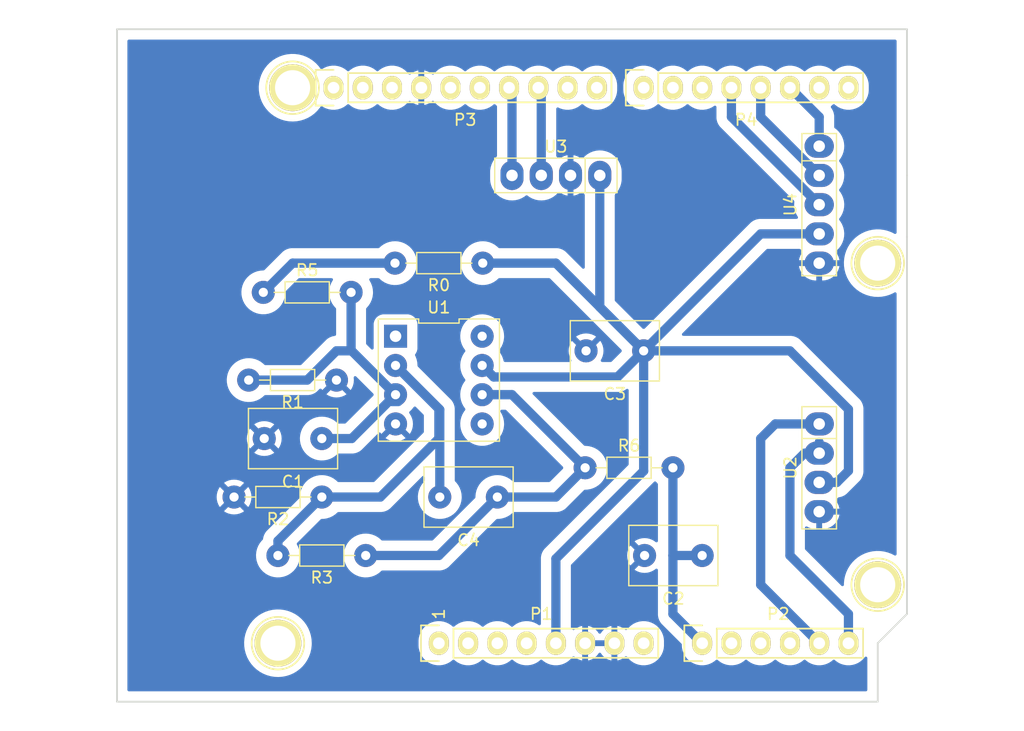
<source format=kicad_pcb>
(kicad_pcb (version 20211014) (generator pcbnew)
  (title_block (date "lun. 30 mars 2015"))
  (layers (0 "F.Cu" signal) (31 "B.Cu" signal) (34 "B.Paste" user) (35 "F.Paste" user) (36 "B.SilkS" user "B.Silkscreen") (37 "F.SilkS" user "F.Silkscreen") (38 "B.Mask" user) (39 "F.Mask" user) (44 "Edge.Cuts" user))
  (net 0 "")
  (net 1 "/IOREF")
  (net 2 "/Reset")
  (net 3 "+5V")
  (net 4 "GND")
  (net 5 "/Vin")
  (net 6 "IN+")
  (net 7 "/A1")
  (net 8 "/A2")
  (net 9 "/A3")
  (net 10 "/AREF")
  (net 11 "ADC")
  (net 12 "Net-(C4-Pad1)")
  (net 13 "/9(**)")
  (net 14 "/8")
  (net 15 "/7")
  (net 16 "/6(**)")
  (net 17 "/5(**)")
  (net 18 "IN-")
  (net 20 "SDA")
  (net 21 "/1(Tx)")
  (net 22 "/0(Rx)")
  (net 23 "SCK")
  (net 24 "TX")
  (net 25 "RX")
  (net 26 "CLK")
  (net 27 "/13(SCK)")
  (net 28 "DATA")
  (net 29 "SWITCH")
  (net 30 "+3V3")
  (net 31 "/12(MISO)")
  (net 36 "Net-(R0-Pad2)")
  (footprint "Socket_Arduino_Uno:Socket_Strip_Arduino_1x08" (layer "F.Cu") (at 138.938 123.825)
    (fp_text reference "P1" (at 8.89 -2.54) (layer "F.SilkS"))
    (fp_text value "Power")
    (fp_line (start 19.05 1.27) (end 19.05 -1.27) (layer "F.SilkS") (width 0.15))
    (fp_line (start 1.27 1.27) (end 19.05 1.27) (layer "F.SilkS") (width 0.15))
    (fp_line (start 19.05 -1.27) (end 1.27 -1.27) (layer "F.SilkS") (width 0.15))
    (fp_line (start 0 -1.55) (end -1.55 -1.55) (layer "F.SilkS") (width 0.15))
    (fp_line (start -1.55 -1.55) (end -1.55 1.55) (layer "F.SilkS") (width 0.15))
    (fp_line (start -1.55 1.55) (end 0 1.55) (layer "F.SilkS") (width 0.15))
    (fp_line (start 1.27 1.27) (end 1.27 -1.27) (layer "F.SilkS") (width 0.15))
    (pad "1" thru_hole oval locked (at 0 0) (size 1.7272 2.032) (drill 1.016) (layers *.Cu *.Mask "F.SilkS"))
    (pad "2" thru_hole oval locked (at 2.54 0) (size 1.7272 2.032) (drill 1.016) (layers *.Cu *.Mask "F.SilkS") (net 1 "/IOREF"))
    (pad "3" thru_hole oval locked (at 5.08 0) (size 1.7272 2.032) (drill 1.016) (layers *.Cu *.Mask "F.SilkS") (net 2 "/Reset"))
    (pad "4" thru_hole oval locked (at 7.62 0) (size 1.7272 2.032) (drill 1.016) (layers *.Cu *.Mask "F.SilkS") (net 30 "+3V3"))
    (pad "5" thru_hole oval locked (at 10.16 0) (size 1.7272 2.032) (drill 1.016) (layers *.Cu *.Mask "F.SilkS") (net 3 "+5V"))
    (pad "6" thru_hole oval locked (at 12.7 0) (size 1.7272 2.032) (drill 1.016) (layers *.Cu *.Mask "F.SilkS") (net 4 "GND"))
    (pad "7" thru_hole oval locked (at 15.24 0) (size 1.7272 2.032) (drill 1.016) (layers *.Cu *.Mask "F.SilkS") (net 4 "GND"))
    (pad "8" thru_hole oval locked (at 17.78 0) (size 1.7272 2.032) (drill 1.016) (layers *.Cu *.Mask "F.SilkS") (net 5 "/Vin"))
  )
  (footprint "Socket_Arduino_Uno:Socket_Strip_Arduino_1x06" (layer "F.Cu") (at 161.798 123.825)
    (fp_text reference "P2" (at 6.604 -2.54) (layer "F.SilkS"))
    (fp_text value "Analog")
    (fp_line (start 1.27 1.27) (end 1.27 -1.27) (layer "F.SilkS") (width 0.15))
    (fp_line (start 0 -1.55) (end -1.55 -1.55) (layer "F.SilkS") (width 0.15))
    (fp_line (start 13.97 -1.27) (end 1.27 -1.27) (layer "F.SilkS") (width 0.15))
    (fp_line (start 1.27 1.27) (end 13.97 1.27) (layer "F.SilkS") (width 0.15))
    (fp_line (start 13.97 1.27) (end 13.97 -1.27) (layer "F.SilkS") (width 0.15))
    (fp_line (start -1.55 -1.55) (end -1.55 1.55) (layer "F.SilkS") (width 0.15))
    (fp_line (start -1.55 1.55) (end 0 1.55) (layer "F.SilkS") (width 0.15))
    (pad "1" thru_hole oval locked (at 0 0) (size 1.7272 2.032) (drill 1.016) (layers *.Cu *.Mask "F.SilkS") (net 11 "ADC"))
    (pad "2" thru_hole oval locked (at 2.54 0) (size 1.7272 2.032) (drill 1.016) (layers *.Cu *.Mask "F.SilkS") (net 7 "/A1"))
    (pad "3" thru_hole oval locked (at 5.08 0) (size 1.7272 2.032) (drill 1.016) (layers *.Cu *.Mask "F.SilkS") (net 8 "/A2"))
    (pad "4" thru_hole oval locked (at 7.62 0) (size 1.7272 2.032) (drill 1.016) (layers *.Cu *.Mask "F.SilkS") (net 9 "/A3"))
    (pad "5" thru_hole oval locked (at 10.16 0) (size 1.7272 2.032) (drill 1.016) (layers *.Cu *.Mask "F.SilkS") (net 20 "SDA"))
    (pad "6" thru_hole oval locked (at 12.7 0) (size 1.7272 2.032) (drill 1.016) (layers *.Cu *.Mask "F.SilkS") (net 23 "SCK"))
  )
  (footprint "Socket_Arduino_Uno:Socket_Strip_Arduino_1x10" (layer "F.Cu") (at 129.794 75.565)
    (fp_text reference "P3" (at 11.43 2.794) (layer "F.SilkS"))
    (fp_text value "Digital")
    (fp_line (start -1.55 -1.55) (end -1.55 1.55) (layer "F.SilkS") (width 0.15))
    (fp_line (start 1.27 1.27) (end 24.13 1.27) (layer "F.SilkS") (width 0.15))
    (fp_line (start 24.13 1.27) (end 24.13 -1.27) (layer "F.SilkS") (width 0.15))
    (fp_line (start 24.13 -1.27) (end 1.27 -1.27) (layer "F.SilkS") (width 0.15))
    (fp_line (start 0 -1.55) (end -1.55 -1.55) (layer "F.SilkS") (width 0.15))
    (fp_line (start -1.55 1.55) (end 0 1.55) (layer "F.SilkS") (width 0.15))
    (fp_line (start 1.27 1.27) (end 1.27 -1.27) (layer "F.SilkS") (width 0.15))
    (pad "1" thru_hole oval locked (at 0 0) (size 1.7272 2.032) (drill 1.016) (layers *.Cu *.Mask "F.SilkS") (net 23 "SCK"))
    (pad "2" thru_hole oval locked (at 2.54 0) (size 1.7272 2.032) (drill 1.016) (layers *.Cu *.Mask "F.SilkS") (net 20 "SDA"))
    (pad "3" thru_hole oval locked (at 5.08 0) (size 1.7272 2.032) (drill 1.016) (layers *.Cu *.Mask "F.SilkS") (net 10 "/AREF"))
    (pad "4" thru_hole oval locked (at 7.62 0) (size 1.7272 2.032) (drill 1.016) (layers *.Cu *.Mask "F.SilkS") (net 4 "GND"))
    (pad "5" thru_hole oval locked (at 10.16 0) (size 1.7272 2.032) (drill 1.016) (layers *.Cu *.Mask "F.SilkS") (net 27 "/13(SCK)"))
    (pad "6" thru_hole oval locked (at 12.7 0) (size 1.7272 2.032) (drill 1.016) (layers *.Cu *.Mask "F.SilkS") (net 31 "/12(MISO)"))
    (pad "7" thru_hole oval locked (at 15.24 0) (size 1.7272 2.032) (drill 1.016) (layers *.Cu *.Mask "F.SilkS") (net 24 "TX"))
    (pad "8" thru_hole oval locked (at 17.78 0) (size 1.7272 2.032) (drill 1.016) (layers *.Cu *.Mask "F.SilkS") (net 25 "RX"))
    (pad "9" thru_hole oval locked (at 20.32 0) (size 1.7272 2.032) (drill 1.016) (layers *.Cu *.Mask "F.SilkS") (net 13 "/9(**)"))
    (pad "10" thru_hole oval locked (at 22.86 0) (size 1.7272 2.032) (drill 1.016) (layers *.Cu *.Mask "F.SilkS") (net 14 "/8"))
  )
  (footprint "Socket_Arduino_Uno:Socket_Strip_Arduino_1x08" (layer "F.Cu") (at 156.718 75.565)
    (fp_text reference "P4" (at 8.89 2.794) (layer "F.SilkS"))
    (fp_text value "Digital")
    (fp_line (start 19.05 -1.27) (end 1.27 -1.27) (layer "F.SilkS") (width 0.15))
    (fp_line (start -1.55 1.55) (end 0 1.55) (layer "F.SilkS") (width 0.15))
    (fp_line (start 1.27 1.27) (end 19.05 1.27) (layer "F.SilkS") (width 0.15))
    (fp_line (start 1.27 1.27) (end 1.27 -1.27) (layer "F.SilkS") (width 0.15))
    (fp_line (start 0 -1.55) (end -1.55 -1.55) (layer "F.SilkS") (width 0.15))
    (fp_line (start 19.05 1.27) (end 19.05 -1.27) (layer "F.SilkS") (width 0.15))
    (fp_line (start -1.55 -1.55) (end -1.55 1.55) (layer "F.SilkS") (width 0.15))
    (pad "1" thru_hole oval locked (at 0 0) (size 1.7272 2.032) (drill 1.016) (layers *.Cu *.Mask "F.SilkS") (net 15 "/7"))
    (pad "2" thru_hole oval locked (at 2.54 0) (size 1.7272 2.032) (drill 1.016) (layers *.Cu *.Mask "F.SilkS") (net 16 "/6(**)"))
    (pad "3" thru_hole oval locked (at 5.08 0) (size 1.7272 2.032) (drill 1.016) (layers *.Cu *.Mask "F.SilkS") (net 17 "/5(**)"))
    (pad "4" thru_hole oval locked (at 7.62 0) (size 1.7272 2.032) (drill 1.016) (layers *.Cu *.Mask "F.SilkS") (net 29 "SWITCH"))
    (pad "5" thru_hole oval locked (at 10.16 0) (size 1.7272 2.032) (drill 1.016) (layers *.Cu *.Mask "F.SilkS") (net 28 "DATA"))
    (pad "6" thru_hole oval locked (at 12.7 0) (size 1.7272 2.032) (drill 1.016) (layers *.Cu *.Mask "F.SilkS") (net 26 "CLK"))
    (pad "7" thru_hole oval locked (at 15.24 0) (size 1.7272 2.032) (drill 1.016) (layers *.Cu *.Mask "F.SilkS") (net 21 "/1(Tx)"))
    (pad "8" thru_hole oval locked (at 17.78 0) (size 1.7272 2.032) (drill 1.016) (layers *.Cu *.Mask "F.SilkS") (net 22 "/0(Rx)"))
  )
  (footprint "Socket_Arduino_Uno:Arduino_1pin" (layer "F.Cu") (at 124.968 123.825)
    (fp_text reference "P5" hide)
    (fp_text value "CONN_01X01" hide)
    (fp_circle (center 0 0) (end 0 -2.286) (layer "F.SilkS") (width 0.15) (fill none))
    (pad "1" thru_hole circle locked (at 0 0) (size 4.064 4.064) (drill 3.048) (layers *.Cu *.Mask "F.SilkS"))
  )
  (footprint "Socket_Arduino_Uno:Arduino_1pin" (layer "F.Cu") (at 177.038 118.745)
    (fp_text reference "P6" hide)
    (fp_text value "CONN_01X01" hide)
    (fp_circle (center 0 0) (end 0 -2.286) (layer "F.SilkS") (width 0.15) (fill none))
    (pad "1" thru_hole circle locked (at 0 0) (size 4.064 4.064) (drill 3.048) (layers *.Cu *.Mask "F.SilkS"))
  )
  (footprint "Socket_Arduino_Uno:Arduino_1pin" (layer "F.Cu") (at 126.238 75.565)
    (fp_text reference "P7" hide)
    (fp_text value "CONN_01X01" hide)
    (fp_circle (center 0 0) (end 0 -2.286) (layer "F.SilkS") (width 0.15) (fill none))
    (pad "1" thru_hole circle locked (at 0 0) (size 4.064 4.064) (drill 3.048) (layers *.Cu *.Mask "F.SilkS"))
  )
  (footprint "Socket_Arduino_Uno:Arduino_1pin" (layer "F.Cu") (at 177.038 90.805)
    (fp_text reference "P8" hide)
    (fp_text value "CONN_01X01" hide)
    (fp_circle (center 0 0) (end 0 -2.286) (layer "F.SilkS") (width 0.15) (fill none))
    (pad "1" thru_hole circle locked (at 0 0) (size 4.064 4.064) (drill 3.048) (layers *.Cu *.Mask "F.SilkS"))
  )
  (footprint "Librairie_Projet_Empreinte:DIP-8_296" (layer "F.Cu") (at 138.938 100.965 -90)
    (fp_text reference "U1" (at -6.31 0) (layer "F.SilkS"))
    (fp_text value "LTC1050")
    (fp_line (start -5.31 -5.26) (end -5.31 -1.753333) (layer "F.SilkS") (width 0.12))
    (fp_line (start -5.31 -1.753333) (end -4.95 -1.753333) (layer "F.SilkS") (width 0.12))
    (fp_line (start -5.31 1.753333) (end -5.31 5.26) (layer "F.SilkS") (width 0.12))
    (fp_line (start 5.31 -5.26) (end -5.31 -5.26) (layer "F.SilkS") (width 0.12))
    (fp_line (start 5.31 5.26) (end 5.31 -5.26) (layer "F.SilkS") (width 0.12))
    (fp_line (start -5.31 5.26) (end 5.31 5.26) (layer "F.SilkS") (width 0.12))
    (fp_line (start -4.95 -1.753333) (end -4.95 1.753333) (layer "F.SilkS") (width 0.12))
    (fp_line (start -4.95 1.753333) (end -5.31 1.753333) (layer "F.SilkS") (width 0.12))
    (pad "1" thru_hole rect (at -3.81 3.76 270) (size 2 2) (drill 1) (layers *.Cu *.Mask))
    (pad "2" thru_hole circle (at -1.27 3.76 270) (size 2 2) (drill 0.8) (layers *.Cu *.Mask) (net 18 "IN-"))
    (pad "3" thru_hole circle (at 1.27 3.76 270) (size 2 2) (drill 0.8) (layers *.Cu *.Mask) (net 6 "IN+"))
    (pad "4" thru_hole circle (at 3.81 3.76 270) (size 2 2) (drill 0.8) (layers *.Cu *.Mask) (net 4 "GND"))
    (pad "5" thru_hole circle (at 3.81 -3.76 270) (size 2 2) (drill 0.8) (layers *.Cu *.Mask))
    (pad "6" thru_hole circle (at 1.27 -3.76 270) (size 2 2) (drill 0.8) (layers *.Cu *.Mask) (net 12 "Net-(C4-Pad1)"))
    (pad "7" thru_hole circle (at -1.27 -3.76 270) (size 2 2) (drill 0.8) (layers *.Cu *.Mask) (net 3 "+5V"))
    (pad "8" thru_hole circle (at -3.81 -3.76 270) (size 2 2) (drill 0.8) (layers *.Cu *.Mask))
  )
  (footprint "Librairie_Projet_Empreinte:Bluetooth" (layer "F.Cu") (at 149.098 83.185 180)
    (fp_text reference "U3" (at 0 2.5) (layer "F.SilkS"))
    (fp_text value "Bluetooth-HC05")
    (fp_line (start -2.54 -1.5) (end -2.54 1.5) (layer "F.SilkS") (width 0.12))
    (fp_line (start 5.31 1.5) (end -5.31 1.5) (layer "F.SilkS") (width 0.12))
    (fp_line (start -5.31 -1.5) (end 5.31 -1.5) (layer "F.SilkS") (width 0.12))
    (fp_line (start -5.31 1.5) (end -5.31 -1.5) (layer "F.SilkS") (width 0.12))
    (fp_line (start 5.31 -1.5) (end 5.31 1.5) (layer "F.SilkS") (width 0.12))
    (pad "1" thru_hole oval (at -3.81 0 180) (size 2 2.54) (drill 1) (layers *.Cu *.Mask) (net 3 "+5V"))
    (pad "2" thru_hole oval (at -1.27 0 180) (size 2 2.54) (drill 1) (layers *.Cu *.Mask) (net 4 "GND"))
    (pad "3" thru_hole oval (at 1.27 0 180) (size 2 2.54) (drill 1) (layers *.Cu *.Mask) (net 25 "RX"))
    (pad "4" thru_hole oval (at 3.81 0 180) (size 2 2.54) (drill 1) (layers *.Cu *.Mask) (net 24 "TX"))
  )
  (footprint "Capacitor_THT:C_Disc_D7.5mm_W5.0mm_P5.00mm" (layer "F.Cu") (at 156.718 98.425 180)
    (fp_text reference "C3" (at 2.5 -3.75) (layer "F.SilkS"))
    (fp_text value "100n")
    (fp_line (start -1.37 2.62) (end 6.37 2.62) (layer "F.SilkS") (width 0.12))
    (fp_line (start -1.37 -2.62) (end 6.37 -2.62) (layer "F.SilkS") (width 0.12))
    (fp_line (start 6.37 -2.62) (end 6.37 2.62) (layer "F.SilkS") (width 0.12))
    (fp_line (start -1.37 -2.62) (end -1.37 2.62) (layer "F.SilkS") (width 0.12))
    (pad "1" thru_hole circle (at 0 0 180) (size 2 2) (drill 0.8) (layers *.Cu *.Mask) (net 3 "+5V"))
    (pad "2" thru_hole circle (at 5 0 180) (size 2 2) (drill 0.8) (layers *.Cu *.Mask) (net 4 "GND"))
  )
  (footprint "Resistor_THT:R_Axial_DIN0204_L3.6mm_D1.6mm_P7.62mm_Horizontal" (layer "F.Cu") (at 132.588 116.205 180)
    (fp_text reference "R3" (at 3.81 -1.92) (layer "F.SilkS"))
    (fp_text value "100k")
    (fp_line (start 5.73 0.92) (end 5.73 -0.92) (layer "F.SilkS") (width 0.12))
    (fp_line (start 1.89 0.92) (end 5.73 0.92) (layer "F.SilkS") (width 0.12))
    (fp_line (start 5.73 -0.92) (end 1.89 -0.92) (layer "F.SilkS") (width 0.12))
    (fp_line (start 6.68 0) (end 5.73 0) (layer "F.SilkS") (width 0.12))
    (fp_line (start 1.89 -0.92) (end 1.89 0.92) (layer "F.SilkS") (width 0.12))
    (fp_line (start 0.94 0) (end 1.89 0) (layer "F.SilkS") (width 0.12))
    (pad "1" thru_hole circle (at 0 0 180) (size 2 2) (drill 0.8) (layers *.Cu *.Mask) (net 12 "Net-(C4-Pad1)"))
    (pad "2" thru_hole circle (at 7.62 0 180) (size 2 2) (drill 0.8) (layers *.Cu *.Mask) (net 18 "IN-"))
  )
  (footprint "Librairie_Projet_Empreinte:KY-040" (layer "F.Cu") (at 171.958 85.725 -90)
    (fp_text reference "U4" (at 0 2.5 90) (layer "F.SilkS"))
    (fp_text value "KY-040")
    (fp_line (start 6.18 1.5) (end -6.18 1.5) (layer "F.SilkS") (width 0.12))
    (fp_line (start -6.18 1.5) (end -6.18 -1.5) (layer "F.SilkS") (width 0.12))
    (fp_line (start 6.18 -1.5) (end 6.18 1.5) (layer "F.SilkS") (width 0.12))
    (fp_line (start -3.81 -1.5) (end -3.81 1.5) (layer "F.SilkS") (width 0.12))
    (fp_line (start -6.18 -1.5) (end 6.18 -1.5) (layer "F.SilkS") (width 0.12))
    (pad "1" thru_hole oval (at -5.08 0 270) (size 2 2.54) (drill 1) (layers *.Cu *.Mask) (net 26 "CLK"))
    (pad "2" thru_hole oval (at -2.54 0 270) (size 2 2.54) (drill 1) (layers *.Cu *.Mask) (net 28 "DATA"))
    (pad "3" thru_hole oval (at 0 0 270) (size 2 2.54) (drill 1) (layers *.Cu *.Mask) (net 29 "SWITCH"))
    (pad "4" thru_hole oval (at 2.54 0 270) (size 2 2.54) (drill 1) (layers *.Cu *.Mask) (net 3 "+5V"))
    (pad "5" thru_hole oval (at 5.08 0 270) (size 2 2.54) (drill 1) (layers *.Cu *.Mask) (net 4 "GND"))
  )
  (footprint "Librairie_Projet_Empreinte:SIP-4" (layer "F.Cu") (at 171.958 108.585 -90)
    (fp_text reference "U2" (at 0 2.5 90) (layer "F.SilkS"))
    (fp_text value "OLED_0.91")
    (fp_line (start 5.31 1.5) (end -5.31 1.5) (layer "F.SilkS") (width 0.12))
    (fp_line (start -5.31 1.5) (end -5.31 -1.5) (layer "F.SilkS") (width 0.12))
    (fp_line (start -2.54 -1.5) (end -2.54 1.5) (layer "F.SilkS") (width 0.12))
    (fp_line (start -5.31 -1.5) (end 5.31 -1.5) (layer "F.SilkS") (width 0.12))
    (fp_line (start 5.31 -1.5) (end 5.31 1.5) (layer "F.SilkS") (width 0.12))
    (pad "1" thru_hole oval (at 3.81 0 270) (size 2 2.54) (drill 1) (layers *.Cu *.Mask) (net 4 "GND"))
    (pad "2" thru_hole oval (at 1.27 0 270) (size 2 2.54) (drill 1) (layers *.Cu *.Mask) (net 3 "+5V"))
    (pad "3" thru_hole oval (at -1.27 0 270) (size 2 2.54) (drill 1) (layers *.Cu *.Mask) (net 23 "SCK"))
    (pad "4" thru_hole oval (at -3.81 0 270) (size 2 2.54) (drill 1) (layers *.Cu *.Mask) (net 20 "SDA"))
  )
  (footprint "Resistor_THT:R_Axial_DIN0204_L3.6mm_D1.6mm_P7.62mm_Horizontal" (layer "F.Cu") (at 123.698 93.345)
    (fp_text reference "R5" (at 3.81 -1.92) (layer "F.SilkS"))
    (fp_text value "10k")
    (fp_line (start 1.89 -0.92) (end 1.89 0.92) (layer "F.SilkS") (width 0.12))
    (fp_line (start 6.68 0) (end 5.73 0) (layer "F.SilkS") (width 0.12))
    (fp_line (start 0.94 0) (end 1.89 0) (layer "F.SilkS") (width 0.12))
    (fp_line (start 5.73 0.92) (end 5.73 -0.92) (layer "F.SilkS") (width 0.12))
    (fp_line (start 5.73 -0.92) (end 1.89 -0.92) (layer "F.SilkS") (width 0.12))
    (fp_line (start 1.89 0.92) (end 5.73 0.92) (layer "F.SilkS") (width 0.12))
    (pad "1" thru_hole circle (at 0 0) (size 2 2) (drill 0.8) (layers *.Cu *.Mask) (net 36 "Net-(R0-Pad2)"))
    (pad "2" thru_hole circle (at 7.62 0) (size 2 2) (drill 0.8) (layers *.Cu *.Mask) (net 6 "IN+"))
  )
  (footprint "Capacitor_THT:C_Disc_D7.5mm_W5.0mm_P5.00mm" (layer "F.Cu") (at 161.798 116.205 180)
    (fp_text reference "C2" (at 2.5 -3.75) (layer "F.SilkS"))
    (fp_text value "100n")
    (fp_line (start -1.37 -2.62) (end 6.37 -2.62) (layer "F.SilkS") (width 0.12))
    (fp_line (start -1.37 2.62) (end 6.37 2.62) (layer "F.SilkS") (width 0.12))
    (fp_line (start 6.37 -2.62) (end 6.37 2.62) (layer "F.SilkS") (width 0.12))
    (fp_line (start -1.37 -2.62) (end -1.37 2.62) (layer "F.SilkS") (width 0.12))
    (pad "1" thru_hole circle (at 0 0 180) (size 2 2) (drill 0.8) (layers *.Cu *.Mask) (net 11 "ADC"))
    (pad "2" thru_hole circle (at 5 0 180) (size 2 2) (drill 0.8) (layers *.Cu *.Mask) (net 4 "GND"))
  )
  (footprint "Capacitor_THT:C_Disc_D7.5mm_W5.0mm_P5.00mm" (layer "F.Cu") (at 144.018 111.125 180)
    (fp_text reference "C4" (at 2.5 -3.75) (layer "F.SilkS"))
    (fp_text value "1µ")
    (fp_line (start -1.37 -2.62) (end -1.37 2.62) (layer "F.SilkS") (width 0.12))
    (fp_line (start -1.37 -2.62) (end 6.37 -2.62) (layer "F.SilkS") (width 0.12))
    (fp_line (start 6.37 -2.62) (end 6.37 2.62) (layer "F.SilkS") (width 0.12))
    (fp_line (start -1.37 2.62) (end 6.37 2.62) (layer "F.SilkS") (width 0.12))
    (pad "1" thru_hole circle (at 0 0 180) (size 2 2) (drill 0.8) (layers *.Cu *.Mask) (net 12 "Net-(C4-Pad1)"))
    (pad "2" thru_hole circle (at 5 0 180) (size 2 2) (drill 0.8) (layers *.Cu *.Mask) (net 18 "IN-"))
  )
  (footprint "Resistor_THT:R_Axial_DIN0204_L3.6mm_D1.6mm_P7.62mm_Horizontal" (layer "F.Cu") (at 151.638 108.585)
    (fp_text reference "R6" (at 3.81 -1.92) (layer "F.SilkS"))
    (fp_text value "1k")
    (fp_line (start 0.94 0) (end 1.89 0) (layer "F.SilkS") (width 0.12))
    (fp_line (start 1.89 -0.92) (end 1.89 0.92) (layer "F.SilkS") (width 0.12))
    (fp_line (start 5.73 0.92) (end 5.73 -0.92) (layer "F.SilkS") (width 0.12))
    (fp_line (start 1.89 0.92) (end 5.73 0.92) (layer "F.SilkS") (width 0.12))
    (fp_line (start 6.68 0) (end 5.73 0) (layer "F.SilkS") (width 0.12))
    (fp_line (start 5.73 -0.92) (end 1.89 -0.92) (layer "F.SilkS") (width 0.12))
    (pad "1" thru_hole circle (at 0 0) (size 2 2) (drill 0.8) (layers *.Cu *.Mask) (net 12 "Net-(C4-Pad1)"))
    (pad "2" thru_hole circle (at 7.62 0) (size 2 2) (drill 0.8) (layers *.Cu *.Mask) (net 11 "ADC"))
  )
  (footprint "Resistor_THT:R_Axial_DIN0204_L3.6mm_D1.6mm_P7.62mm_Horizontal" (layer "F.Cu") (at 128.778 111.125 180)
    (fp_text reference "R2" (at 3.81 -1.92) (layer "F.SilkS"))
    (fp_text value "1k")
    (fp_line (start 5.73 0.92) (end 5.73 -0.92) (layer "F.SilkS") (width 0.12))
    (fp_line (start 1.89 0.92) (end 5.73 0.92) (layer "F.SilkS") (width 0.12))
    (fp_line (start 6.68 0) (end 5.73 0) (layer "F.SilkS") (width 0.12))
    (fp_line (start 5.73 -0.92) (end 1.89 -0.92) (layer "F.SilkS") (width 0.12))
    (fp_line (start 1.89 -0.92) (end 1.89 0.92) (layer "F.SilkS") (width 0.12))
    (fp_line (start 0.94 0) (end 1.89 0) (layer "F.SilkS") (width 0.12))
    (pad "1" thru_hole circle (at 0 0 180) (size 2 2) (drill 0.8) (layers *.Cu *.Mask) (net 18 "IN-"))
    (pad "2" thru_hole circle (at 7.62 0 180) (size 2 2) (drill 0.8) (layers *.Cu *.Mask) (net 4 "GND"))
  )
  (footprint "Resistor_THT:R_Axial_DIN0204_L3.6mm_D1.6mm_P7.62mm_Horizontal" (layer "F.Cu") (at 130.048 100.965 180)
    (fp_text reference "R1" (at 3.81 -1.92) (layer "F.SilkS"))
    (fp_text value "100k")
    (fp_line (start 0.94 0) (end 1.89 0) (layer "F.SilkS") (width 0.12))
    (fp_line (start 1.89 0.92) (end 5.73 0.92) (layer "F.SilkS") (width 0.12))
    (fp_line (start 5.73 -0.92) (end 1.89 -0.92) (layer "F.SilkS") (width 0.12))
    (fp_line (start 6.68 0) (end 5.73 0) (layer "F.SilkS") (width 0.12))
    (fp_line (start 5.73 0.92) (end 5.73 -0.92) (layer "F.SilkS") (width 0.12))
    (fp_line (start 1.89 -0.92) (end 1.89 0.92) (layer "F.SilkS") (width 0.12))
    (pad "1" thru_hole circle (at 0 0 180) (size 2 2) (drill 0.8) (layers *.Cu *.Mask) (net 4 "GND"))
    (pad "2" thru_hole circle (at 7.62 0 180) (size 2 2) (drill 0.8) (layers *.Cu *.Mask) (net 6 "IN+"))
  )
  (footprint "Capacitor_THT:C_Disc_D7.5mm_W5.0mm_P5.00mm" (layer "F.Cu") (at 128.778 106.045 180)
    (fp_text reference "C1" (at 2.5 -3.75) (layer "F.SilkS"))
    (fp_text value "100n")
    (fp_line (start -1.37 -2.62) (end 6.37 -2.62) (layer "F.SilkS") (width 0.12))
    (fp_line (start 6.37 -2.62) (end 6.37 2.62) (layer "F.SilkS") (width 0.12))
    (fp_line (start -1.37 2.62) (end 6.37 2.62) (layer "F.SilkS") (width 0.12))
    (fp_line (start -1.37 -2.62) (end -1.37 2.62) (layer "F.SilkS") (width 0.12))
    (pad "1" thru_hole circle (at 0 0 180) (size 2 2) (drill 0.8) (layers *.Cu *.Mask) (net 6 "IN+"))
    (pad "2" thru_hole circle (at 5 0 180) (size 2 2) (drill 0.8) (layers *.Cu *.Mask) (net 4 "GND"))
  )
  (footprint "Resistor_THT:R_Axial_DIN0204_L3.6mm_D1.6mm_P7.62mm_Horizontal" (layer "F.Cu") (at 142.748 90.805 180)
    (fp_text reference "R0" (at 3.81 -1.92) (layer "F.SilkS"))
    (fp_text value "Rsensor")
    (fp_line (start 5.73 -0.92) (end 1.89 -0.92) (layer "F.SilkS") (width 0.12))
    (fp_line (start 6.68 0) (end 5.73 0) (layer "F.SilkS") (width 0.12))
    (fp_line (start 5.73 0.92) (end 5.73 -0.92) (layer "F.SilkS") (width 0.12))
    (fp_line (start 1.89 -0.92) (end 1.89 0.92) (layer "F.SilkS") (width 0.12))
    (fp_line (start 0.94 0) (end 1.89 0) (layer "F.SilkS") (width 0.12))
    (fp_line (start 1.89 0.92) (end 5.73 0.92) (layer "F.SilkS") (width 0.12))
    (pad "1" thru_hole circle (at 0 0 180) (size 2 2) (drill 0.8) (layers *.Cu *.Mask) (net 3 "+5V"))
    (pad "2" thru_hole circle (at 7.62 0 180) (size 2 2) (drill 0.8) (layers *.Cu *.Mask) (net 36 "Net-(R0-Pad2)"))
  )
  (gr_line (start 179.578 88.519) (end 179.578 83.185) (layer "Edge.Cuts") (width 0.15))
  (gr_line (start 177.038 128.905) (end 177.038 123.825) (layer "Edge.Cuts") (width 0.15))
  (gr_line (start 177.038 123.825) (end 179.578 121.285) (layer "Edge.Cuts") (width 0.15))
  (gr_line (start 110.998 70.485) (end 110.998 128.905) (layer "Edge.Cuts") (width 0.15))
  (gr_line (start 179.578 121.285) (end 179.578 88.519) (layer "Edge.Cuts") (width 0.15))
  (gr_line (start 110.998 128.905) (end 177.038 128.905) (layer "Edge.Cuts") (width 0.15))
  (gr_line (start 179.578 70.485) (end 110.998 70.485) (layer "Edge.Cuts") (width 0.15))
  (gr_line (start 179.578 83.185) (end 179.578 70.485) (layer "Edge.Cuts") (width 0.15))
  (gr_text "1" (at 138.938 121.285 90) (layer "F.SilkS") (effects (font (size 1 1))))
  (segment (start 152.908 94.615) (end 156.718 98.425) (width 0.8) (layer "B.Cu") (net 3))
  (segment (start 154.448 100.695) (end 156.718 98.425) (width 0.8) (layer "B.Cu") (net 3))
  (segment (start 169.418 98.425) (end 156.718 98.425) (width 0.8) (layer "B.Cu") (net 3))
  (segment (start 149.098 90.805) (end 156.718 98.425) (width 0.8) (layer "B.Cu") (net 3))
  (segment (start 152.908 83.185) (end 152.908 94.615) (width 0.8) (layer "B.Cu") (net 3))
  (segment (start 171.958 88.265) (end 166.878 88.265) (width 0.8) (layer "B.Cu") (net 3))
  (segment (start 166.878 88.265) (end 156.718 98.425) (width 0.8) (layer "B.Cu") (net 3))
  (segment (start 149.098 116.482949) (end 156.718 108.862949) (width 0.8) (layer "B.Cu") (net 3))
  (segment (start 174.498 103.505) (end 169.418 98.425) (width 0.8) (layer "B.Cu") (net 3))
  (segment (start 174.498 108.845) (end 174.498 103.505) (width 0.8) (layer "B.Cu") (net 3))
  (segment (start 142.748 90.805) (end 149.098 90.805) (width 0.8) (layer "B.Cu") (net 3))
  (segment (start 171.958 109.855) (end 173.488 109.855) (width 0.8) (layer "B.Cu") (net 3))
  (segment (start 143.698 100.695) (end 154.448 100.695) (width 0.8) (layer "B.Cu") (net 3))
  (segment (start 149.098 123.825) (end 149.098 116.482949) (width 0.8) (layer "B.Cu") (net 3))
  (segment (start 156.718 108.862949) (end 156.718 98.425) (width 0.8) (layer "B.Cu") (net 3))
  (segment (start 142.698 99.695) (end 143.698 100.695) (width 0.8) (layer "B.Cu") (net 3))
  (segment (start 173.488 109.855) (end 174.498 108.845) (width 0.8) (layer "B.Cu") (net 3))
  (segment (start 135.178 104.497051) (end 135.178 104.775) (width 0.8) (layer "B.Cu") (net 4))
  (segment (start 131.368 106.045) (end 135.178 102.235) (width 0.8) (layer "B.Cu") (net 6))
  (segment (start 134.753736 102.659264) (end 135.178 102.235) (width 0.8) (layer "B.Cu") (net 6))
  (segment (start 128.778 106.045) (end 131.368 106.045) (width 0.8) (layer "B.Cu") (net 6))
  (segment (start 130.048 98.425) (end 131.368 98.425) (width 0.8) (layer "B.Cu") (net 6))
  (segment (start 122.428 100.965) (end 127.508 100.965) (width 0.8) (layer "B.Cu") (net 6))
  (segment (start 131.318 93.345) (end 131.318 98.425) (width 0.8) (layer "B.Cu") (net 6))
  (segment (start 131.368 98.425) (end 135.178 102.235) (width 0.8) (layer "B.Cu") (net 6))
  (segment (start 135.406023 102.835) (end 134.929472 102.835) (width 0.8) (layer "B.Cu") (net 6))
  (segment (start 127.508 100.965) (end 130.048 98.425) (width 0.8) (layer "B.Cu") (net 6))
  (segment (start 134.929472 102.835) (end 134.753736 102.659264) (width 0.8) (layer "B.Cu") (net 6))
  (segment (start 159.258 121.285) (end 161.798 123.825) (width 0.8) (layer "B.Cu") (net 11))
  (segment (start 159.258 116.205) (end 159.258 121.285) (width 0.8) (layer "B.Cu") (net 11))
  (segment (start 161.798 116.205) (end 159.258 116.205) (width 0.8) (layer "B.Cu") (net 11))
  (segment (start 159.258 108.585) (end 159.258 116.205) (width 0.8) (layer "B.Cu") (net 11))
  (segment (start 144.018 111.125) (end 149.098 111.125) (width 0.8) (layer "B.Cu") (net 12))
  (segment (start 151.638 108.585) (end 145.288 102.235) (width 0.8) (layer "B.Cu") (net 12))
  (segment (start 132.588 116.205) (end 138.938 116.205) (width 0.8) (layer "B.Cu") (net 12))
  (segment (start 145.288 102.235) (end 142.698 102.235) (width 0.8) (layer "B.Cu") (net 12))
  (segment (start 138.938 116.205) (end 144.018 111.125) (width 0.8) (layer "B.Cu") (net 12))
  (segment (start 145.288 102.235) (end 142.975949 102.235) (width 0.8) (layer "B.Cu") (net 12))
  (segment (start 149.098 111.125) (end 151.638 108.585) (width 0.8) (layer "B.Cu") (net 12))
  (segment (start 124.968 116.205) (end 124.968 114.935) (width 0.8) (layer "B.Cu") (net 18))
  (segment (start 124.968 114.935) (end 128.778 111.125) (width 0.8) (layer "B.Cu") (net 18))
  (segment (start 139.018 111.125) (end 139.018 103.535) (width 0.8) (layer "B.Cu") (net 18))
  (segment (start 133.858 111.125) (end 138.938 106.045) (width 0.8) (layer "B.Cu") (net 18))
  (segment (start 139.018 103.535) (end 135.178 99.695) (width 0.8) (layer "B.Cu") (net 18))
  (segment (start 128.778 111.125) (end 133.858 111.125) (width 0.8) (layer "B.Cu") (net 18))
  (segment (start 138.938 103.455) (end 135.178 99.695) (width 0.8) (layer "B.Cu") (net 18))
  (segment (start 138.938 106.045) (end 138.938 103.455) (width 0.8) (layer "B.Cu") (net 18))
  (segment (start 166.878 118.745) (end 171.958 123.825) (width 0.8) (layer "B.Cu") (net 20))
  (segment (start 168.148 104.775) (end 166.878 106.045) (width 0.8) (layer "B.Cu") (net 20))
  (segment (start 166.878 106.045) (end 166.878 118.745) (width 0.8) (layer "B.Cu") (net 20))
  (segment (start 171.958 104.775) (end 168.148 104.775) (width 0.8) (layer "B.Cu") (net 20))
  (segment (start 174.498 123.825) (end 174.498 121.285) (width 0.8) (layer "B.Cu") (net 23))
  (segment (start 170.688 107.315) (end 171.958 107.315) (width 0.8) (layer "B.Cu") (net 23))
  (segment (start 169.418 116.205) (end 169.418 108.585) (width 0.8) (layer "B.Cu") (net 23))
  (segment (start 171.958 107.315) (end 171.958 106.37452) (width 0.8) (layer "B.Cu") (net 23))
  (segment (start 174.498 121.285) (end 169.418 116.205) (width 0.8) (layer "B.Cu") (net 23))
  (segment (start 169.418 108.585) (end 170.688 107.315) (width 0.8) (layer "B.Cu") (net 23))
  (segment (start 145.034 75.7174) (end 145.034 75.565) (width 0.8) (layer "B.Cu") (net 24))
  (segment (start 145.288 75.819) (end 145.034 75.565) (width 0.8) (layer "B.Cu") (net 24))
  (segment (start 145.288 83.185) (end 145.288 75.819) (width 0.8) (layer "B.Cu") (net 24))
  (segment (start 147.828 83.185) (end 147.828 75.819) (width 0.8) (layer "B.Cu") (net 25))
  (segment (start 147.828 75.819) (end 147.574 75.565) (width 0.8) (layer "B.Cu") (net 25))
  (segment (start 171.958 80.645) (end 171.958 78.105) (width 0.8) (layer "B.Cu") (net 26))
  (segment (start 171.958 78.105) (end 169.418 75.565) (width 0.8) (layer "B.Cu") (net 26))
  (segment (start 171.958 83.185) (end 166.878 78.105) (width 0.8) (layer "B.Cu") (net 28))
  (segment (start 166.878 78.105) (end 166.878 75.565) (width 0.8) (layer "B.Cu") (net 28))
  (segment (start 164.338 78.105) (end 164.338 75.565) (width 0.8) (layer "B.Cu") (net 29))
  (segment (start 171.958 85.725) (end 164.338 78.105) (width 0.8) (layer "B.Cu") (net 29))
  (segment (start 123.698 93.345) (end 126.238 90.805) (width 0.8) (layer "B.Cu") (net 36))
  (segment (start 126.238 90.805) (end 135.128 90.805) (width 0.8) (layer "B.Cu") (net 36))
  (zone (net 4) (net_name "GND") (layer "B.Cu") (connect_pads (clearance 0.9)) (min_thickness 0.254) (fill yes (thermal_gap 0.508) (thermal_bridge_width 0.508))
    (polygon (pts (xy 189.738 131.445) (xy 100.838 131.445) (xy 100.838 67.945) (xy 189.738 67.945)))
  )
)
</source>
